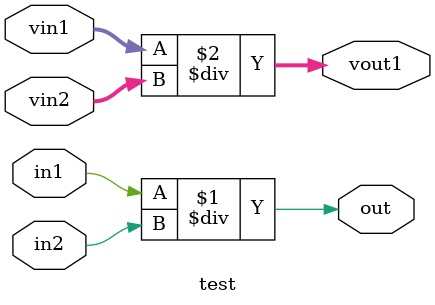
<source format=v>
module test(out, in1, in2, vin1, vin2, vout1);
output out;
input in1, in2;
input [1:0] vin1;
input [2:0] vin2;
output [3:0] vout1;

assign out = in1 / in2;
assign vout1 = vin1 / vin2;
endmodule

</source>
